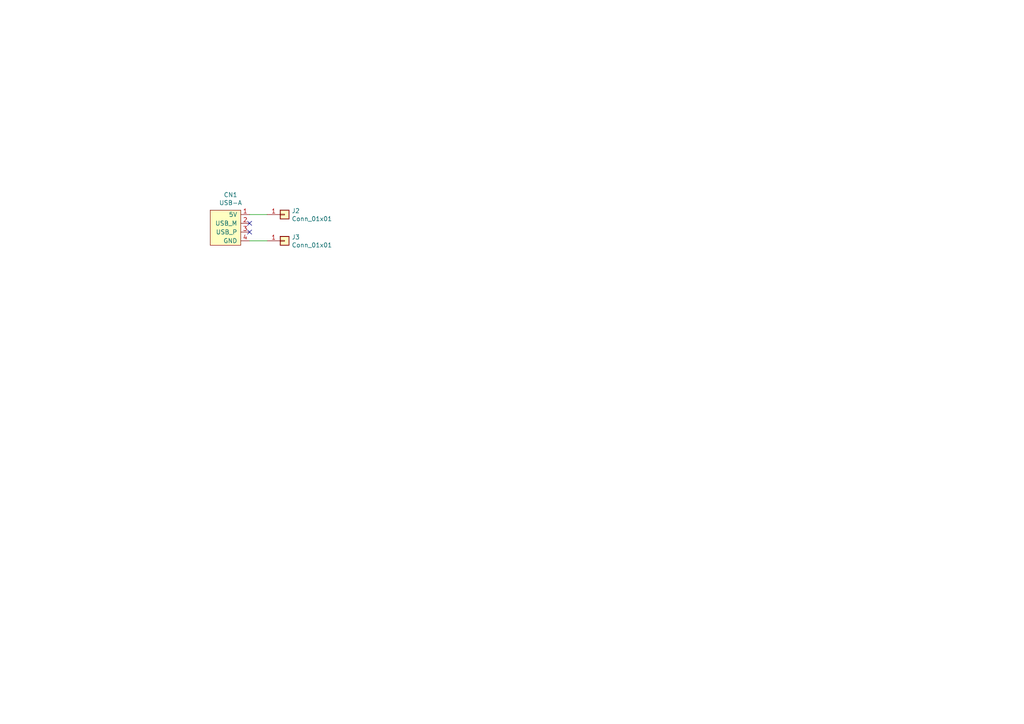
<source format=kicad_sch>
(kicad_sch (version 20211123) (generator eeschema)
  (paper "A4")
  (lib_symbols
    (symbol "Connector_Generic:Conn_01x01" (pin_names (offset 1.016) hide)
      (property "Reference" "J" (at 0 2.54 0))
      (property "Value" "Conn_01x01" (at 0 -2.54 0))
      (symbol "Conn_01x01_1_1"
        (rectangle (start -1.27 0.127) (end 0 -0.127) (stroke (width 0.1524)))
        (rectangle (start -1.27 1.27) (end 1.27 -1.27) (stroke (width 0.254)) (fill (type background)))
        (pin passive line (at -5.08 0 0) (length 3.81) (name "Pin_1") (number "1"))
      )
    )
    (symbol "akita:USB-A" (pin_names (offset 1.016))
      (property "Reference" "CN" (at 0 6.35 0))
      (property "Value" "akita_USB-A" (at 0 -6.35 0))
      (symbol "USB-A_0_1"
        (rectangle (start 5.08 5.08) (end -3.81 -5.08) (fill (type background)))
      )
      (symbol "USB-A_1_1"
        (pin power_in line (at 7.62 3.81 180) (length 2.54) (name "5V") (number "1"))
        (pin input line (at 7.62 1.27 180) (length 2.54) (name "USB_M") (number "2"))
        (pin input line (at 7.62 -1.27 180) (length 2.54) (name "USB_P") (number "3"))
        (pin power_in line (at 7.62 -3.81 180) (length 2.54) (name "GND") (number "4"))
      )
    )
  )
  (no_connect (at 72.39 67.31))
  (no_connect (at 72.39 64.77))
  (wire (pts (xy 72.39 62.23) (xy 77.47 62.23)))
  (wire (pts (xy 77.47 69.85) (xy 72.39 69.85)))
  (symbol (lib_id "akita:USB-A") (at 64.77 66.04 0) (unit 1)
    (property "Reference" "CN1" (at 66.8782 56.515 0))
    (property "Value" "USB-A" (at 66.8782 58.8264 0))
    (property "Footprint" "akita:USB-A-PCB" (effects hide))
  )
  (symbol (lib_id "Connector_Generic:Conn_01x01") (at 82.55 62.23 0) (unit 1)
    (property "Reference" "J2" (at 84.582 61.1632 0) (effects (justify left)))
    (property "Value" "Conn_01x01" (at 84.582 63.4746 0) (effects (justify left)))
    (property "Footprint" "Connector_PinSocket_2.54mm:PinSocket_1x01_P2.54mm_Vertical" (effects hide))
  )
  (symbol (lib_id "Connector_Generic:Conn_01x01") (at 82.55 69.85 0) (unit 1)
    (property "Reference" "J3" (at 84.582 68.7832 0) (effects (justify left)))
    (property "Value" "Conn_01x01" (at 84.582 71.0946 0) (effects (justify left)))
    (property "Footprint" "Connector_PinSocket_2.54mm:PinSocket_1x01_P2.54mm_Vertical" (effects hide))
  )
)
</source>
